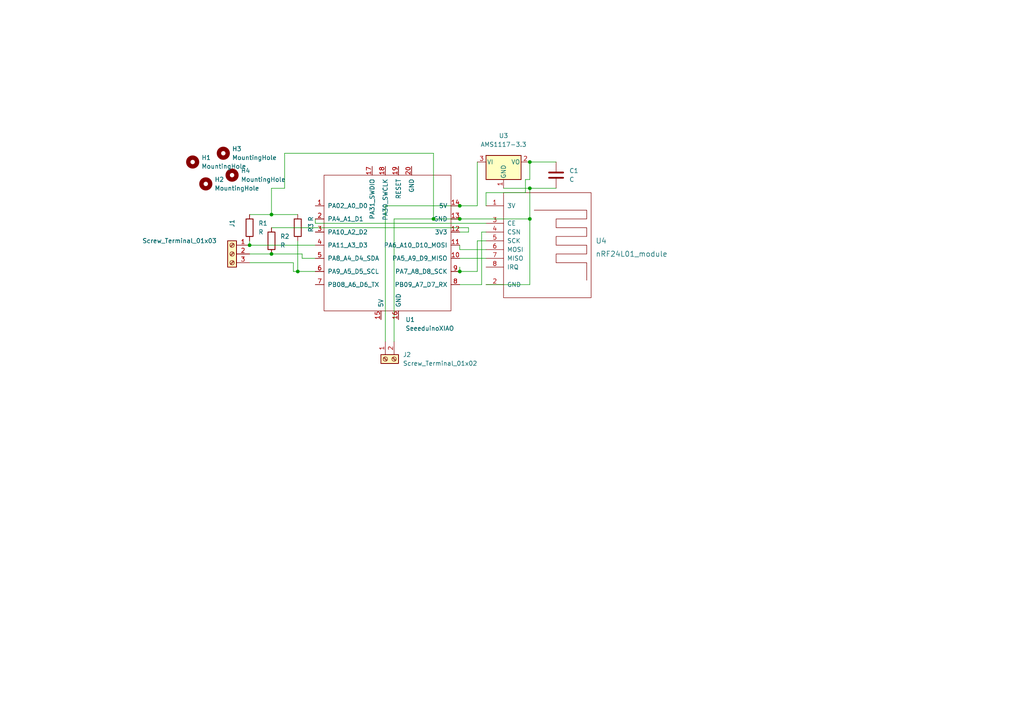
<source format=kicad_sch>
(kicad_sch (version 20211123) (generator eeschema)
  (paper "A4")
  (lib_symbols
    (symbol "Connector:Screw_Terminal_01x02" (pin_names (offset 1.016) hide)
      (property "Reference" "J" (at 0 2.54 0))
      (property "Value" "Screw_Terminal_01x02" (at 0 -5.08 0))
      (symbol "Screw_Terminal_01x02_1_1"
        (rectangle (start -1.27 1.27) (end 1.27 -3.81) (stroke (width 0.254)) (fill (type background)))
        (circle (center 0 -2.54) (radius 0.635) (stroke (width 0.1524)))
        (polyline (pts (xy -0.5334 -2.2098) (xy 0.3302 -3.048)) (stroke (width 0.1524)))
        (polyline (pts (xy -0.5334 0.3302) (xy 0.3302 -0.508)) (stroke (width 0.1524)))
        (polyline (pts (xy -0.3556 -2.032) (xy 0.508 -2.8702)) (stroke (width 0.1524)))
        (polyline (pts (xy -0.3556 0.508) (xy 0.508 -0.3302)) (stroke (width 0.1524)))
        (circle (center 0 0) (radius 0.635) (stroke (width 0.1524)))
        (pin passive line (at -5.08 0 0) (length 3.81) (name "Pin_1") (number "1"))
        (pin passive line (at -5.08 -2.54 0) (length 3.81) (name "Pin_2") (number "2"))
      )
    )
    (symbol "Connector:Screw_Terminal_01x03" (pin_names (offset 1.016) hide)
      (property "Reference" "J" (at 0 5.08 0))
      (property "Value" "Screw_Terminal_01x03" (at 0 -5.08 0))
      (symbol "Screw_Terminal_01x03_1_1"
        (rectangle (start -1.27 3.81) (end 1.27 -3.81) (stroke (width 0.254)) (fill (type background)))
        (circle (center 0 -2.54) (radius 0.635) (stroke (width 0.1524)))
        (polyline (pts (xy -0.5334 -2.2098) (xy 0.3302 -3.048)) (stroke (width 0.1524)))
        (polyline (pts (xy -0.5334 0.3302) (xy 0.3302 -0.508)) (stroke (width 0.1524)))
        (polyline (pts (xy -0.5334 2.8702) (xy 0.3302 2.032)) (stroke (width 0.1524)))
        (polyline (pts (xy -0.3556 -2.032) (xy 0.508 -2.8702)) (stroke (width 0.1524)))
        (polyline (pts (xy -0.3556 0.508) (xy 0.508 -0.3302)) (stroke (width 0.1524)))
        (polyline (pts (xy -0.3556 3.048) (xy 0.508 2.2098)) (stroke (width 0.1524)))
        (circle (center 0 0) (radius 0.635) (stroke (width 0.1524)))
        (circle (center 0 2.54) (radius 0.635) (stroke (width 0.1524)))
        (pin passive line (at -5.08 2.54 0) (length 3.81) (name "Pin_1") (number "1"))
        (pin passive line (at -5.08 0 0) (length 3.81) (name "Pin_2") (number "2"))
        (pin passive line (at -5.08 -2.54 0) (length 3.81) (name "Pin_3") (number "3"))
      )
    )
    (symbol "Device:C" (pin_numbers hide) (pin_names (offset 0.254))
      (property "Reference" "C" (at 0.635 2.54 0))
      (property "Value" "C" (at 0.635 -2.54 0))
      (symbol "C_0_1"
        (polyline (pts (xy -2.032 -0.762) (xy 2.032 -0.762)) (stroke (width 0.508)))
        (polyline (pts (xy -2.032 0.762) (xy 2.032 0.762)) (stroke (width 0.508)))
      )
      (symbol "C_1_1"
        (pin passive line (at 0 3.81 270) (length 2.794) (name "~") (number "1"))
        (pin passive line (at 0 -3.81 90) (length 2.794) (name "~") (number "2"))
      )
    )
    (symbol "Device:R" (pin_numbers hide) (pin_names (offset 0))
      (property "Reference" "R" (at 2.032 0 90))
      (property "Value" "R" (at 0 0 90))
      (symbol "R_0_1"
        (rectangle (start -1.016 -2.54) (end 1.016 2.54) (stroke (width 0.254)))
      )
      (symbol "R_1_1"
        (pin passive line (at 0 3.81 270) (length 1.27) (name "~") (number "1"))
        (pin passive line (at 0 -3.81 90) (length 1.27) (name "~") (number "2"))
      )
    )
    (symbol "Mechanical:MountingHole" (pin_names (offset 1.016))
      (property "Reference" "H" (at 0 5.08 0))
      (property "Value" "MountingHole" (at 0 3.175 0))
      (symbol "MountingHole_0_1"
        (circle (center 0 0) (radius 1.27) (stroke (width 1.27)))
      )
    )
    (symbol "Regulator_Linear:AMS1117-3.3" (pin_names (offset 0.254))
      (property "Reference" "U" (at -3.81 3.175 0))
      (property "Value" "AMS1117-3.3" (at 0 3.175 0))
      (symbol "AMS1117-3.3_0_1"
        (rectangle (start -5.08 -5.08) (end 5.08 1.905) (stroke (width 0.254)) (fill (type background)))
      )
      (symbol "AMS1117-3.3_1_1"
        (pin power_in line (at 0 -7.62 90) (length 2.54) (name "GND") (number "1"))
        (pin power_out line (at 7.62 0 180) (length 2.54) (name "VO") (number "2"))
        (pin power_in line (at -7.62 0 0) (length 2.54) (name "VI") (number "3"))
      )
    )
    (symbol "nrf24smd:nRF24L01_module" (pin_names (offset 1.016))
      (property "Reference" "U" (at -11.43 16.51 0))
      (property "Value" "nRF24L01_module" (at 11.43 -16.51 0))
      (symbol "nRF24L01_module_0_1"
        (rectangle (start -12.7 15.24) (end 12.7 -15.24))
        (polyline (pts (xy -3.81 10.16) (xy 11.43 10.16) (xy 11.43 7.62) (xy 2.54 7.62) (xy 2.54 5.08) (xy 11.43 5.08) (xy 11.43 2.54) (xy 2.54 2.54) (xy 2.54 0) (xy 11.43 0) (xy 11.43 -2.54) (xy 2.54 -2.54) (xy 2.54 -5.08) (xy 11.43 -5.08) (xy 11.43 -10.16)))
      )
      (symbol "nRF24L01_module_1_1"
        (pin power_in line (at -17.78 11.43 0) (length 5.08) (name "3V") (number "1"))
        (pin power_in line (at -17.78 -11.43 0) (length 5.08) (name "GND") (number "2"))
        (pin input line (at -17.78 6.35 0) (length 5.08) (name "CE") (number "3"))
        (pin input line (at -17.78 3.81 0) (length 5.08) (name "CSN") (number "4"))
        (pin input line (at -17.78 1.27 0) (length 5.08) (name "SCK") (number "5"))
        (pin output line (at -17.78 -1.27 0) (length 5.08) (name "MOSI") (number "6"))
        (pin input line (at -17.78 -3.81 0) (length 5.08) (name "MISO") (number "7"))
        (pin bidirectional line (at -17.78 -6.35 0) (length 5.08) (name "IRQ") (number "8"))
      )
    )
    (symbol "seeed:SeeeduinoXIAO" (pin_names (offset 1.016))
      (property "Reference" "U" (at -19.05 22.86 0))
      (property "Value" "SeeeduinoXIAO" (at -12.7 21.59 0))
      (symbol "SeeeduinoXIAO_0_1"
        (rectangle (start -19.05 20.32) (end 17.78 -19.05))
      )
      (symbol "SeeeduinoXIAO_1_1"
        (pin unspecified line (at -21.59 11.43 0) (length 2.54) (name "PA02_A0_D0") (number "1"))
        (pin unspecified line (at 20.32 -3.81 180) (length 2.54) (name "PA5_A9_D9_MISO") (number "10"))
        (pin unspecified line (at 20.32 0 180) (length 2.54) (name "PA6_A10_D10_MOSI") (number "11"))
        (pin unspecified line (at 20.32 3.81 180) (length 2.54) (name "3V3") (number "12"))
        (pin unspecified line (at 20.32 7.62 180) (length 2.54) (name "GND") (number "13"))
        (pin unspecified line (at 20.32 11.43 180) (length 2.54) (name "5V") (number "14"))
        (pin input line (at -2.54 -21.59 90) (length 2.54) (name "5V") (number "15"))
        (pin input line (at 2.54 -21.59 90) (length 2.54) (name "GND") (number "16"))
        (pin input line (at -5.08 22.86 270) (length 2.54) (name "PA31_SWDIO") (number "17"))
        (pin input line (at -1.27 22.86 270) (length 2.54) (name "PA30_SWCLK") (number "18"))
        (pin input line (at 2.54 22.86 270) (length 2.54) (name "RESET") (number "19"))
        (pin unspecified line (at -21.59 7.62 0) (length 2.54) (name "PA4_A1_D1") (number "2"))
        (pin input line (at 6.35 22.86 270) (length 2.54) (name "GND") (number "20"))
        (pin unspecified line (at -21.59 3.81 0) (length 2.54) (name "PA10_A2_D2") (number "3"))
        (pin unspecified line (at -21.59 0 0) (length 2.54) (name "PA11_A3_D3") (number "4"))
        (pin unspecified line (at -21.59 -3.81 0) (length 2.54) (name "PA8_A4_D4_SDA") (number "5"))
        (pin unspecified line (at -21.59 -7.62 0) (length 2.54) (name "PA9_A5_D5_SCL") (number "6"))
        (pin unspecified line (at -21.59 -11.43 0) (length 2.54) (name "PB08_A6_D6_TX") (number "7"))
        (pin unspecified line (at 20.32 -11.43 180) (length 2.54) (name "PB09_A7_D7_RX") (number "8"))
        (pin unspecified line (at 20.32 -7.62 180) (length 2.54) (name "PA7_A8_D8_SCK") (number "9"))
      )
    )
  )
  (junction (at 133.35 78.74))
  (junction (at 153.67 54.61))
  (junction (at 133.35 63.5))
  (junction (at 86.36 78.74))
  (junction (at 153.67 46.99))
  (junction (at 78.74 62.23))
  (junction (at 125.73 63.5))
  (junction (at 78.74 73.66))
  (junction (at 72.39 71.12))
  (junction (at 133.35 59.69))
  (junction (at 153.67 63.5))
  (wire (pts (xy 133.35 63.5) (xy 153.67 63.5)))
  (wire (pts (xy 135.89 66.04) (xy 135.89 67.31)))
  (wire (pts (xy 78.74 54.61) (xy 82.55 54.61)))
  (wire (pts (xy 72.39 62.23) (xy 78.74 62.23)))
  (wire (pts (xy 114.3 63.5) (xy 125.73 63.5)))
  (wire (pts (xy 72.39 71.12) (xy 91.44 71.12)))
  (wire (pts (xy 140.97 55.88) (xy 140.97 59.69)))
  (wire (pts (xy 153.67 82.55) (xy 153.67 63.5)))
  (wire (pts (xy 85.09 76.2) (xy 85.09 78.74)))
  (wire (pts (xy 139.7 82.55) (xy 133.35 82.55)))
  (wire (pts (xy 111.76 59.69) (xy 133.35 59.69)))
  (wire (pts (xy 91.44 64.77) (xy 91.44 63.5)))
  (wire (pts (xy 153.67 46.99) (xy 161.29 46.99)))
  (wire (pts (xy 138.43 46.99) (xy 138.43 59.69)))
  (wire (pts (xy 153.67 54.61) (xy 146.05 54.61)))
  (wire (pts (xy 87.63 74.93) (xy 91.44 74.93)))
  (wire (pts (xy 139.7 67.31) (xy 139.7 82.55)))
  (wire (pts (xy 125.73 44.45) (xy 125.73 63.5)))
  (wire (pts (xy 114.3 99.06) (xy 114.3 63.5)))
  (wire (pts (xy 140.97 72.39) (xy 133.35 72.39)))
  (wire (pts (xy 82.55 44.45) (xy 125.73 44.45)))
  (wire (pts (xy 140.97 67.31) (xy 139.7 67.31)))
  (wire (pts (xy 153.67 46.99) (xy 153.67 52.07)))
  (wire (pts (xy 152.4 52.07) (xy 152.4 55.88)))
  (wire (pts (xy 72.39 69.85) (xy 72.39 71.12)))
  (wire (pts (xy 78.74 73.66) (xy 87.63 73.66)))
  (wire (pts (xy 133.35 77.47) (xy 133.35 78.74)))
  (wire (pts (xy 133.35 59.69) (xy 138.43 59.69)))
  (wire (pts (xy 133.35 72.39) (xy 133.35 71.12)))
  (wire (pts (xy 133.35 74.93) (xy 140.97 74.93)))
  (wire (pts (xy 87.63 73.66) (xy 87.63 74.93)))
  (wire (pts (xy 153.67 52.07) (xy 152.4 52.07)))
  (wire (pts (xy 78.74 62.23) (xy 86.36 62.23)))
  (wire (pts (xy 82.55 44.45) (xy 82.55 54.61)))
  (wire (pts (xy 153.67 54.61) (xy 153.67 63.5)))
  (wire (pts (xy 111.76 99.06) (xy 111.76 59.69)))
  (wire (pts (xy 133.35 67.31) (xy 135.89 67.31)))
  (wire (pts (xy 86.36 69.85) (xy 86.36 78.74)))
  (wire (pts (xy 140.97 69.85) (xy 138.43 69.85)))
  (wire (pts (xy 72.39 73.66) (xy 78.74 73.66)))
  (wire (pts (xy 125.73 63.5) (xy 133.35 63.5)))
  (wire (pts (xy 85.09 78.74) (xy 86.36 78.74)))
  (wire (pts (xy 72.39 76.2) (xy 85.09 76.2)))
  (wire (pts (xy 152.4 55.88) (xy 140.97 55.88)))
  (wire (pts (xy 140.97 82.55) (xy 153.67 82.55)))
  (wire (pts (xy 78.74 66.04) (xy 135.89 66.04)))
  (wire (pts (xy 153.67 54.61) (xy 161.29 54.61)))
  (wire (pts (xy 133.35 78.74) (xy 138.43 78.74)))
  (wire (pts (xy 86.36 78.74) (xy 91.44 78.74)))
  (wire (pts (xy 138.43 69.85) (xy 138.43 78.74)))
  (wire (pts (xy 91.44 64.77) (xy 140.97 64.77)))
  (wire (pts (xy 78.74 62.23) (xy 78.74 54.61)))
  (symbol (lib_id "Connector:Screw_Terminal_01x03") (at 67.31 73.66 0) (mirror y) (unit 1)
    (property "Reference" "J1" (at 67.31 64.77 90))
    (property "Value" "Screw_Terminal_01x03" (at 52.07 69.85 0))
    (property "Footprint" "TerminalBlock:TerminalBlock_bornier-3_P5.08mm" (effects hide))
  )
  (symbol (lib_id "nrf24smd:nRF24L01_module") (at 158.75 71.12 0) (unit 1)
    (property "Reference" "U4" (at 172.72 69.85 0) (effects (font (size 1.524 1.524)) (justify left)))
    (property "Value" "nRF24L01_module" (at 172.72 73.66 0) (effects (font (size 1.524 1.524)) (justify left)))
    (property "Footprint" "nrf24smd:NRF24L01-Module-SMD" (effects hide))
  )
  (symbol (lib_id "Mechanical:MountingHole") (at 59.69 53.34 0) (unit 1)
    (property "Reference" "H2" (at 62.23 52.0699 0) (effects (justify left)))
    (property "Value" "MountingHole" (at 62.23 54.6099 0) (effects (justify left)))
    (property "Footprint" "MountingHole:MountingHole_3.2mm_M3" (effects hide))
  )
  (symbol (lib_id "Device:R") (at 72.39 66.04 0) (unit 1)
    (property "Reference" "R1" (at 74.93 64.7699 0) (effects (justify left)))
    (property "Value" "R" (at 74.93 67.3099 0) (effects (justify left)))
    (property "Footprint" "Resistor_THT:R_Axial_DIN0207_L6.3mm_D2.5mm_P7.62mm_Horizontal" (effects hide))
  )
  (symbol (lib_id "Mechanical:MountingHole") (at 55.88 46.99 0) (unit 1)
    (property "Reference" "H1" (at 58.42 45.7199 0) (effects (justify left)))
    (property "Value" "MountingHole" (at 58.42 48.2599 0) (effects (justify left)))
    (property "Footprint" "MountingHole:MountingHole_3.2mm_M3" (effects hide))
  )
  (symbol (lib_id "Mechanical:MountingHole") (at 67.31 50.8 0) (unit 1)
    (property "Reference" "H4" (at 69.85 49.5299 0) (effects (justify left)))
    (property "Value" "MountingHole" (at 69.85 52.0699 0) (effects (justify left)))
    (property "Footprint" "MountingHole:MountingHole_3.2mm_M3" (effects hide))
  )
  (symbol (lib_id "Mechanical:MountingHole") (at 64.77 44.45 0) (unit 1)
    (property "Reference" "H3" (at 67.31 43.1799 0) (effects (justify left)))
    (property "Value" "MountingHole" (at 67.31 45.7199 0) (effects (justify left)))
    (property "Footprint" "MountingHole:MountingHole_3.2mm_M3" (effects hide))
  )
  (symbol (lib_id "seeed:SeeeduinoXIAO") (at 113.03 71.12 0) (unit 1)
    (property "Reference" "U1" (at 117.5894 92.71 0) (effects (justify left)))
    (property "Value" "SeeeduinoXIAO" (at 117.5894 95.25 0) (effects (justify left)))
    (property "Footprint" "seeed:xiao-tht" (effects hide))
  )
  (symbol (lib_id "Device:R") (at 86.36 66.04 180) (unit 1)
    (property "Reference" "R3" (at 90.17 66.04 90))
    (property "Value" "R" (at 90.17 63.5 90))
    (property "Footprint" "Resistor_THT:R_Axial_DIN0207_L6.3mm_D2.5mm_P7.62mm_Horizontal" (effects hide))
  )
  (symbol (lib_id "Regulator_Linear:AMS1117-3.3") (at 146.05 46.99 0) (unit 1)
    (property "Reference" "U3" (at 146.05 39.37 0))
    (property "Value" "AMS1117-3.3" (at 146.05 41.91 0))
    (property "Footprint" "Package_TO_SOT_SMD:SOT-223-3_TabPin2" (effects hide))
    (property "Datasheet" "http://www.advanced-monolithic.com/pdf/ds1117.pdf" (effects hide))
  )
  (symbol (lib_id "Connector:Screw_Terminal_01x02") (at 111.76 104.14 90) (mirror x) (unit 1)
    (property "Reference" "J2" (at 116.84 102.8699 90) (effects (justify right)))
    (property "Value" "Screw_Terminal_01x02" (at 116.84 105.4099 90) (effects (justify right)))
    (property "Footprint" "TerminalBlock:TerminalBlock_bornier-2_P5.08mm" (effects hide))
  )
  (symbol (lib_id "Device:C") (at 161.29 50.8 0) (unit 1)
    (property "Reference" "C1" (at 165.1 49.5299 0) (effects (justify left)))
    (property "Value" "C" (at 165.1 52.0699 0) (effects (justify left)))
    (property "Footprint" "Capacitor_THT:C_Disc_D5.1mm_W3.2mm_P5.00mm" (effects hide))
  )
  (symbol (lib_id "Device:R") (at 78.74 69.85 180) (unit 1)
    (property "Reference" "R2" (at 81.28 68.5799 0) (effects (justify right)))
    (property "Value" "R" (at 81.28 71.1199 0) (effects (justify right)))
    (property "Footprint" "Resistor_THT:R_Axial_DIN0207_L6.3mm_D2.5mm_P7.62mm_Horizontal" (effects hide))
  )
)
</source>
